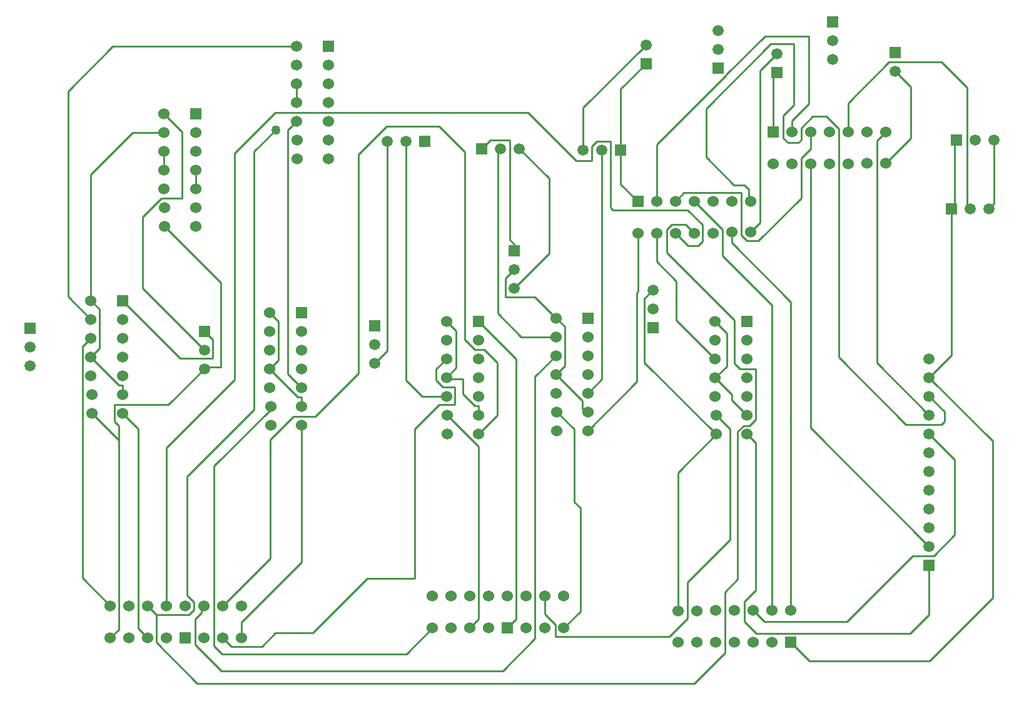
<source format=gtl>
G04*
G04 #@! TF.GenerationSoftware,Altium Limited,Altium Designer,18.0.7 (293)*
G04*
G04 Layer_Physical_Order=1*
G04 Layer_Color=255*
%FSLAX25Y25*%
%MOIN*%
G70*
G01*
G75*
%ADD11C,0.01000*%
%ADD19R,0.05906X0.05906*%
%ADD20C,0.05906*%
%ADD21C,0.06000*%
%ADD22R,0.06000X0.06000*%
%ADD23R,0.05906X0.05906*%
%ADD24R,0.06000X0.06000*%
%ADD25C,0.05000*%
D11*
X374516Y281855D02*
X379966Y287305D01*
X374516Y275884D02*
Y281855D01*
Y275884D02*
X378100Y272300D01*
X379966Y307305D02*
X385092Y302179D01*
Y282431D02*
Y302179D01*
X379966Y277305D02*
X385092Y282431D01*
X451269Y152596D02*
Y207864D01*
X442544Y143871D02*
X451269Y152596D01*
X448115Y211018D02*
X451269Y207864D01*
X448115Y211018D02*
Y249743D01*
X438809Y259049D02*
X448115Y249743D01*
X523201Y307064D02*
X529250Y301015D01*
Y283281D02*
Y301015D01*
Y283281D02*
X529334Y283198D01*
Y283198D02*
Y283198D01*
X523201Y277064D02*
X529334Y283198D01*
X650591Y402695D02*
X651850Y403954D01*
X650591Y368879D02*
Y402695D01*
X649000Y367289D02*
X650591Y368879D01*
X553948Y437636D02*
X556078Y439766D01*
X295400Y279368D02*
Y409335D01*
Y279368D02*
X302836Y271932D01*
X295400Y409335D02*
X299954Y413889D01*
X277500Y397900D02*
X288900Y409300D01*
X288768Y141088D02*
X308750D01*
X281713Y134032D02*
X288768Y141088D01*
X265277Y134032D02*
X281713D01*
X308750Y141088D02*
X337770Y170108D01*
X363200D01*
X454143Y259049D02*
X455309D01*
X452483Y260709D02*
X454143Y259049D01*
X452483Y260709D02*
Y264875D01*
X438309Y279049D02*
X452483Y264875D01*
X657300Y368989D02*
Y431932D01*
Y368989D02*
X659000Y367289D01*
X407327Y397952D02*
X408764Y399389D01*
X407327Y311437D02*
Y397952D01*
X434604Y343445D02*
Y383549D01*
X415930Y324770D02*
X434604Y343445D01*
X418764Y399389D02*
X434604Y383549D01*
X593479Y147329D02*
X628450Y182300D01*
X549381Y147329D02*
X593479D01*
X543339Y153371D02*
X549381Y147329D01*
X637194Y150873D02*
Y177343D01*
X627192Y140871D02*
X637194Y150873D01*
X545129Y140871D02*
X627192D01*
X670992Y159911D02*
Y243545D01*
X637422Y126342D02*
X670992Y159911D01*
X573368Y126342D02*
X637422D01*
X637194Y277343D02*
X670992Y243545D01*
X645430Y253874D02*
Y259106D01*
X643856Y252300D02*
X645430Y253874D01*
X624700Y252300D02*
X643856D01*
X637194Y267343D02*
X645430Y259106D01*
X619118Y440417D02*
X627297Y432238D01*
Y404943D02*
Y432238D01*
X613948Y391594D02*
X627297Y404943D01*
X549570Y459275D02*
X573171D01*
Y423294D02*
Y459275D01*
X563948Y414071D02*
X573171Y423294D01*
X528300Y163000D02*
X535186Y169886D01*
Y248414D02*
X538337Y251564D01*
X535186Y169886D02*
Y248414D01*
X540201Y247064D02*
X544633Y242632D01*
Y163733D02*
Y242632D01*
X538800Y157900D02*
X544633Y163733D01*
X358556Y129883D02*
X372544Y143871D01*
X260350Y129883D02*
X358556D01*
X409906Y121006D02*
X427100Y138200D01*
X260094Y121006D02*
X409906D01*
X246200Y134900D02*
X260094Y121006D01*
X512095Y114295D02*
X528300Y130500D01*
X247205Y114295D02*
X512095D01*
X225309Y136191D02*
X247205Y114295D01*
X363200Y170108D02*
Y250000D01*
X286336Y260351D02*
Y261932D01*
X256077Y230091D02*
X286336Y260351D01*
X256077Y134156D02*
Y230091D01*
Y134156D02*
X260350Y129883D01*
X225309Y151000D02*
X242608D01*
X245277Y153668D01*
X241588Y161085D02*
X245277Y157396D01*
X241588Y161085D02*
Y224449D01*
X249426Y154182D02*
X250777Y155532D01*
X249426Y151950D02*
Y154182D01*
X246200Y148723D02*
X249426Y151950D01*
X246200Y134900D02*
Y148723D01*
X245277Y153668D02*
Y157396D01*
X241588Y224449D02*
X277500Y260361D01*
Y397900D01*
X266967Y396767D02*
X266967Y276148D01*
X230777Y239957D02*
X266967Y276148D01*
X230777Y155532D02*
Y239957D01*
X266967Y396767D02*
X288600Y418400D01*
X212564Y407860D02*
X229335D01*
X190423Y385719D02*
X212564Y407860D01*
X190423Y318329D02*
Y385719D01*
X178341Y430036D02*
X202195Y453889D01*
X178341Y320410D02*
Y430036D01*
X202195Y453889D02*
X299954D01*
X332917Y396117D02*
X348017Y411217D01*
X332917Y279417D02*
Y396117D01*
X310000Y256500D02*
X332917Y279417D01*
X375940Y411217D02*
X389600Y397557D01*
X348017Y411217D02*
X375940D01*
X389600Y297700D02*
Y397557D01*
X552873Y455126D02*
X565062D01*
X518219Y420472D02*
X552873Y455126D01*
X518219Y394965D02*
Y420472D01*
X565062Y422435D02*
Y455126D01*
X559400Y416772D02*
X565062Y422435D01*
X547141Y440829D02*
X556078Y449766D01*
X547141Y360029D02*
Y440829D01*
X541898Y354786D02*
X547141Y360029D01*
X518219Y394965D02*
X533134Y380050D01*
X538619D01*
X541050Y377619D01*
Y372134D02*
Y377619D01*
Y372134D02*
X541898Y371286D01*
X529078Y438784D02*
X549570Y459275D01*
X529078Y438505D02*
Y438784D01*
X528200Y437626D02*
X529078Y438505D01*
X527921Y437626D02*
X528200D01*
X491898Y401603D02*
X527921Y437626D01*
X491898Y371286D02*
Y401603D01*
X643832Y445400D02*
X657300Y431932D01*
X615800Y445400D02*
X643832D01*
X563339Y136371D02*
X573368Y126342D01*
X628450Y182300D02*
X639700D01*
X637194Y247343D02*
X650862Y233675D01*
Y193462D02*
Y233675D01*
X639700Y182300D02*
X650862Y193462D01*
X229335Y417860D02*
X239125Y408070D01*
Y372900D02*
Y408070D01*
X228200Y372900D02*
X239125D01*
X218202Y362902D02*
X228200Y372900D01*
X218202Y324771D02*
Y362902D01*
Y324771D02*
X250953Y292020D01*
X178341Y320410D02*
X190423Y308329D01*
X205300Y243952D02*
Y251400D01*
Y143056D02*
Y243952D01*
X367095Y267305D02*
X379966D01*
X358349Y276051D02*
X367095Y267305D01*
X358349Y276051D02*
Y403352D01*
X503339Y152871D02*
Y226703D01*
X523701Y247064D01*
X485483Y285282D02*
X523701Y247064D01*
X485483Y285282D02*
Y319503D01*
X489936Y323956D01*
X190923Y258329D02*
X205300Y243952D01*
X200777Y138532D02*
X205300Y143056D01*
X671850Y370139D02*
Y403954D01*
X669000Y367289D02*
X671850Y370139D01*
X452809Y398669D02*
Y421141D01*
X486235Y454567D01*
X412544Y143871D02*
X417100Y148427D01*
Y287171D01*
X396966Y307305D02*
X417100Y287171D01*
X207423Y318329D02*
X238184Y287567D01*
X255500D01*
Y297473D01*
X250953Y302020D02*
X255500Y297473D01*
X427058Y320300D02*
X438309Y309049D01*
X411477Y320300D02*
X427058D01*
X411477D02*
Y330318D01*
X415930Y334770D01*
X220777Y155532D02*
X225309Y151000D01*
X378100Y272300D02*
X384466D01*
Y262800D02*
Y272300D01*
X376000Y262800D02*
X384466D01*
X363200Y250000D02*
X376000Y262800D01*
X260777Y138532D02*
X265277Y134032D01*
X427100Y277840D02*
X438309Y289049D01*
X427100Y138200D02*
Y277840D01*
X380466Y257305D02*
X397100Y240671D01*
Y148427D02*
Y240671D01*
X392544Y143871D02*
X397100Y148427D01*
X396966Y247305D02*
X407000Y257339D01*
Y285300D01*
X400000Y292300D02*
X407000Y285300D01*
X395000Y292300D02*
X400000D01*
X389600Y297700D02*
X395000Y292300D01*
X298336Y256500D02*
X310000D01*
X285986Y244150D02*
X298336Y256500D01*
X285986Y180742D02*
Y244150D01*
X260777Y155532D02*
X285986Y180742D01*
X270777Y138532D02*
Y146732D01*
X302836Y178791D01*
Y251932D01*
X481898Y323124D02*
Y354286D01*
X481333Y322559D02*
X481898Y323124D01*
X481333Y275073D02*
Y322559D01*
X455309Y249049D02*
X481333Y275073D01*
X288600Y418400D02*
X423400D01*
X449000Y392800D01*
X457400D01*
Y400600D01*
X460000Y403200D01*
X467300D01*
Y368000D02*
Y403200D01*
Y368000D02*
X468600Y366700D01*
X508500D01*
X516400Y358800D01*
Y350000D02*
Y358800D01*
X513900Y347500D02*
X516400Y350000D01*
X508684Y347500D02*
X513900D01*
X501898Y354286D02*
X508684Y347500D01*
X563339Y153371D02*
Y317629D01*
X531898Y349071D02*
X563339Y317629D01*
X531898Y349071D02*
Y354786D01*
X511898Y371286D02*
X526900Y356284D01*
Y342185D02*
Y356284D01*
Y342185D02*
X553339Y315746D01*
Y153371D02*
Y315746D01*
X593948Y423548D02*
X615800Y445400D01*
X593948Y408094D02*
Y423548D01*
X609400Y403546D02*
X613948Y408094D01*
X609400Y285137D02*
Y403546D01*
Y285137D02*
X637194Y257343D01*
X559400Y405000D02*
Y416772D01*
Y405000D02*
X562000Y402400D01*
X567400D01*
X568900Y403900D01*
Y410300D01*
X575000Y416400D01*
X582500D01*
X588900Y410000D01*
Y288100D02*
Y410000D01*
Y288100D02*
X624700Y252300D01*
X538800Y147200D02*
X545129Y140871D01*
X538800Y147200D02*
Y157900D01*
X432544Y151100D02*
Y160871D01*
Y151100D02*
X438000Y145644D01*
Y139300D02*
Y145644D01*
Y139300D02*
X498600D01*
X508300Y149000D01*
Y168300D01*
X531036Y191036D01*
Y249729D01*
X523701Y257064D02*
X531036Y249729D01*
X225309Y136191D02*
Y151000D01*
X528300Y130500D02*
Y163000D01*
X538337Y251564D02*
X541364D01*
X544800Y255000D01*
Y281900D01*
X536500D02*
X544800D01*
X533400Y285000D02*
X536500Y281900D01*
X533400Y285000D02*
Y307900D01*
X497300Y344000D02*
X533400Y307900D01*
X497300Y344000D02*
Y356100D01*
X500000Y358800D01*
X507384D01*
X511898Y354286D01*
X215800Y143509D02*
X220777Y138532D01*
X215800Y143509D02*
Y249952D01*
X207423Y258329D02*
X215800Y249952D01*
X231833Y262900D02*
X250953Y282020D01*
X202900Y262900D02*
X231833D01*
X202900Y253800D02*
Y262900D01*
Y253800D02*
X205300Y251400D01*
X502524Y307741D02*
X523201Y287064D01*
X502524Y307741D02*
Y328475D01*
X491898Y339100D02*
X502524Y328475D01*
X491898Y339100D02*
Y354286D01*
X573948Y250589D02*
Y391094D01*
Y250589D02*
X637194Y187343D01*
X501898Y371286D02*
X506512Y375900D01*
X536900D01*
Y353300D02*
Y375900D01*
Y353300D02*
X540000Y350200D01*
X546200D01*
X569000Y373000D01*
Y394147D01*
X573948Y399095D01*
Y408094D01*
X563948D02*
Y414071D01*
X250953Y282020D02*
X251803Y282870D01*
X259556D01*
Y286288D01*
X259700Y286432D01*
Y327995D01*
X229835Y357860D02*
X259700Y327995D01*
X341749Y284902D02*
X348349Y291503D01*
Y403352D01*
X553948Y408094D02*
Y437636D01*
X396966Y257305D02*
Y262300D01*
X394971D02*
X396966D01*
X388616Y268655D02*
X394971Y262300D01*
X388616Y268655D02*
Y276455D01*
X380816D02*
X388616D01*
X379966Y277305D02*
X380816Y276455D01*
X472809Y431141D02*
X486235Y444567D01*
X472809Y398669D02*
Y431141D01*
Y380375D02*
X481898Y371286D01*
X472809Y380375D02*
Y398669D01*
X407327Y311437D02*
X419715Y299049D01*
X438309D01*
X415930Y344770D02*
Y348470D01*
X413800Y350600D02*
X415930Y348470D01*
X413800Y350600D02*
Y403400D01*
X413300Y403900D02*
X413800Y403400D01*
X403275Y403900D02*
X413300D01*
X398764Y399389D02*
X403275Y403900D01*
X207423Y268329D02*
Y273300D01*
X205452D02*
X207423D01*
X190423Y288329D02*
X205452Y273300D01*
X523201Y277064D02*
X532000Y268265D01*
Y265265D02*
Y268265D01*
Y265265D02*
X540201Y257064D01*
X302836Y261932D02*
Y266900D01*
X300868D02*
X302836D01*
X285836Y281932D02*
X300868Y266900D01*
X462809Y276550D02*
Y398669D01*
X455309Y269049D02*
X462809Y276550D01*
X438309Y279049D02*
X442900Y283640D01*
Y304458D01*
X438309Y309049D02*
X442900Y304458D01*
X637194Y277343D02*
X649000Y289149D01*
Y367289D01*
X190423Y318329D02*
X195000Y313752D01*
Y292906D02*
Y313752D01*
X190423Y288329D02*
X195000Y292906D01*
X185900Y293806D02*
X190423Y298329D01*
X185900Y170409D02*
Y293806D01*
Y170409D02*
X200777Y155532D01*
X285836Y281932D02*
X290400Y286495D01*
Y307368D01*
X285836Y311932D02*
X290400Y307368D01*
X246335Y377860D02*
Y387860D01*
X229335D02*
Y397860D01*
X299954Y423889D02*
Y433889D01*
D19*
X486235Y444567D02*
D03*
X489936Y303956D02*
D03*
X637194Y177343D02*
D03*
X585680Y466880D02*
D03*
X556078Y439766D02*
D03*
X524626Y442079D02*
D03*
X619118Y450417D02*
D03*
X415930Y344770D02*
D03*
X341749Y304902D02*
D03*
X250953Y302020D02*
D03*
X157996Y303461D02*
D03*
D20*
X486235Y454567D02*
D03*
X489936Y323956D02*
D03*
Y313956D02*
D03*
X637194Y287343D02*
D03*
Y277343D02*
D03*
Y267343D02*
D03*
Y257343D02*
D03*
Y247343D02*
D03*
Y237343D02*
D03*
Y227343D02*
D03*
Y217343D02*
D03*
Y207343D02*
D03*
Y197343D02*
D03*
Y187343D02*
D03*
X659000Y367289D02*
D03*
X669000D02*
D03*
X661850Y403954D02*
D03*
X671850D02*
D03*
X452809Y398669D02*
D03*
X462809D02*
D03*
X585680Y456880D02*
D03*
Y446880D02*
D03*
X556078Y449766D02*
D03*
X524626Y462079D02*
D03*
Y452079D02*
D03*
X619118Y440417D02*
D03*
X408764Y399389D02*
D03*
X418764D02*
D03*
X358349Y403352D02*
D03*
X348349D02*
D03*
X415930Y334770D02*
D03*
Y324770D02*
D03*
X341749Y294902D02*
D03*
Y284902D02*
D03*
X250953Y292020D02*
D03*
Y282020D02*
D03*
X157996Y293461D02*
D03*
Y283461D02*
D03*
D21*
X300454Y393889D02*
D03*
Y403889D02*
D03*
X299954Y413889D02*
D03*
Y423889D02*
D03*
Y433889D02*
D03*
Y443889D02*
D03*
Y453889D02*
D03*
X316954Y443889D02*
D03*
Y433889D02*
D03*
Y423889D02*
D03*
Y413889D02*
D03*
Y403889D02*
D03*
Y393889D02*
D03*
X229835Y357860D02*
D03*
Y367860D02*
D03*
X229335Y377860D02*
D03*
Y387860D02*
D03*
Y397860D02*
D03*
Y407860D02*
D03*
Y417860D02*
D03*
X246335Y407860D02*
D03*
Y397860D02*
D03*
Y387860D02*
D03*
Y377860D02*
D03*
Y367860D02*
D03*
Y357860D02*
D03*
X372544Y160871D02*
D03*
X442544D02*
D03*
X432544D02*
D03*
X422544D02*
D03*
X412544D02*
D03*
X402544D02*
D03*
X392544D02*
D03*
X382544D02*
D03*
X442544Y143871D02*
D03*
X432544D02*
D03*
X422544D02*
D03*
X402544D02*
D03*
X392544D02*
D03*
X372544D02*
D03*
X382544D02*
D03*
X200777Y155532D02*
D03*
X270777D02*
D03*
X260777D02*
D03*
X250777D02*
D03*
X240777D02*
D03*
X230777D02*
D03*
X220777D02*
D03*
X210777D02*
D03*
X270777Y138532D02*
D03*
X260777D02*
D03*
X250777D02*
D03*
X230777D02*
D03*
X220777D02*
D03*
X200777D02*
D03*
X210777D02*
D03*
X613948Y391594D02*
D03*
X603948D02*
D03*
X593948Y391094D02*
D03*
X583948D02*
D03*
X573948D02*
D03*
X563948D02*
D03*
X553948D02*
D03*
X563948Y408094D02*
D03*
X573948D02*
D03*
X583948D02*
D03*
X593948D02*
D03*
X603948D02*
D03*
X613948D02*
D03*
X541898Y354786D02*
D03*
X531898D02*
D03*
X521898Y354286D02*
D03*
X511898D02*
D03*
X501898D02*
D03*
X491898D02*
D03*
X481898D02*
D03*
X491898Y371286D02*
D03*
X501898D02*
D03*
X511898D02*
D03*
X521898D02*
D03*
X531898D02*
D03*
X541898D02*
D03*
X503339Y152871D02*
D03*
X513339D02*
D03*
X523339Y153371D02*
D03*
X533339D02*
D03*
X543339D02*
D03*
X553339D02*
D03*
X563339D02*
D03*
X553339Y136371D02*
D03*
X543339D02*
D03*
X533339D02*
D03*
X523339D02*
D03*
X513339D02*
D03*
X503339D02*
D03*
X190923Y258329D02*
D03*
Y268329D02*
D03*
X190423Y278329D02*
D03*
Y288329D02*
D03*
Y298329D02*
D03*
Y308329D02*
D03*
Y318329D02*
D03*
X207423Y308329D02*
D03*
Y298329D02*
D03*
Y288329D02*
D03*
Y278329D02*
D03*
Y268329D02*
D03*
Y258329D02*
D03*
X380466Y247305D02*
D03*
Y257305D02*
D03*
X379966Y267305D02*
D03*
Y277305D02*
D03*
Y287305D02*
D03*
Y297305D02*
D03*
Y307305D02*
D03*
X396966Y297305D02*
D03*
Y287305D02*
D03*
Y277305D02*
D03*
Y267305D02*
D03*
Y257305D02*
D03*
Y247305D02*
D03*
X286336Y251932D02*
D03*
Y261932D02*
D03*
X285836Y271932D02*
D03*
Y281932D02*
D03*
Y291932D02*
D03*
Y301932D02*
D03*
Y311932D02*
D03*
X302836Y301932D02*
D03*
Y291932D02*
D03*
Y281932D02*
D03*
Y271932D02*
D03*
Y261932D02*
D03*
Y251932D02*
D03*
X438809Y249049D02*
D03*
Y259049D02*
D03*
X438309Y269049D02*
D03*
Y279049D02*
D03*
Y289049D02*
D03*
Y299049D02*
D03*
Y309049D02*
D03*
X455309Y299049D02*
D03*
Y289049D02*
D03*
Y279049D02*
D03*
Y269049D02*
D03*
Y259049D02*
D03*
Y249049D02*
D03*
X523701Y247064D02*
D03*
Y257064D02*
D03*
X523201Y267064D02*
D03*
Y277064D02*
D03*
Y287064D02*
D03*
Y297064D02*
D03*
Y307064D02*
D03*
X540201Y297064D02*
D03*
Y287064D02*
D03*
Y277064D02*
D03*
Y267064D02*
D03*
Y257064D02*
D03*
Y247064D02*
D03*
D22*
X316954Y453889D02*
D03*
X246335Y417860D02*
D03*
X207423Y318329D02*
D03*
X396966Y307305D02*
D03*
X302836Y311932D02*
D03*
X455309Y309049D02*
D03*
X540201Y307064D02*
D03*
D23*
X649000Y367289D02*
D03*
X651850Y403954D02*
D03*
X472809Y398669D02*
D03*
X398764Y399389D02*
D03*
X368349Y403352D02*
D03*
D24*
X412544Y143871D02*
D03*
X240777Y138532D02*
D03*
X553948Y408094D02*
D03*
X481898Y371286D02*
D03*
X563339Y136371D02*
D03*
D25*
X288900Y409300D02*
D03*
M02*

</source>
